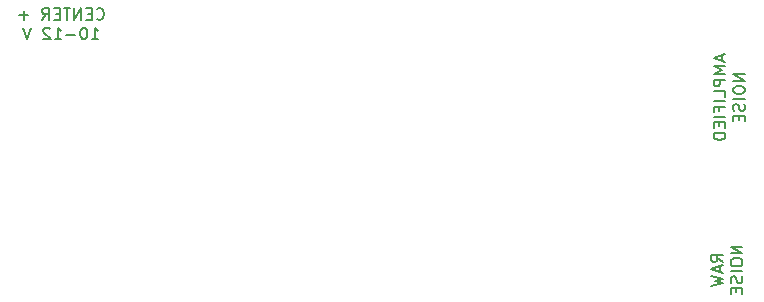
<source format=gbr>
G04 #@! TF.FileFunction,Legend,Bot*
%FSLAX46Y46*%
G04 Gerber Fmt 4.6, Leading zero omitted, Abs format (unit mm)*
G04 Created by KiCad (PCBNEW 4.0.7) date 05/06/20 17:17:56*
%MOMM*%
%LPD*%
G01*
G04 APERTURE LIST*
%ADD10C,0.100000*%
%ADD11C,0.150000*%
G04 APERTURE END LIST*
D10*
D11*
X176627381Y-101109524D02*
X176151190Y-100776190D01*
X176627381Y-100538095D02*
X175627381Y-100538095D01*
X175627381Y-100919048D01*
X175675000Y-101014286D01*
X175722619Y-101061905D01*
X175817857Y-101109524D01*
X175960714Y-101109524D01*
X176055952Y-101061905D01*
X176103571Y-101014286D01*
X176151190Y-100919048D01*
X176151190Y-100538095D01*
X176341667Y-101490476D02*
X176341667Y-101966667D01*
X176627381Y-101395238D02*
X175627381Y-101728571D01*
X176627381Y-102061905D01*
X175627381Y-102300000D02*
X176627381Y-102538095D01*
X175913095Y-102728572D01*
X176627381Y-102919048D01*
X175627381Y-103157143D01*
X178277381Y-99823810D02*
X177277381Y-99823810D01*
X178277381Y-100395239D01*
X177277381Y-100395239D01*
X177277381Y-101061905D02*
X177277381Y-101252382D01*
X177325000Y-101347620D01*
X177420238Y-101442858D01*
X177610714Y-101490477D01*
X177944048Y-101490477D01*
X178134524Y-101442858D01*
X178229762Y-101347620D01*
X178277381Y-101252382D01*
X178277381Y-101061905D01*
X178229762Y-100966667D01*
X178134524Y-100871429D01*
X177944048Y-100823810D01*
X177610714Y-100823810D01*
X177420238Y-100871429D01*
X177325000Y-100966667D01*
X177277381Y-101061905D01*
X178277381Y-101919048D02*
X177277381Y-101919048D01*
X178229762Y-102347619D02*
X178277381Y-102490476D01*
X178277381Y-102728572D01*
X178229762Y-102823810D01*
X178182143Y-102871429D01*
X178086905Y-102919048D01*
X177991667Y-102919048D01*
X177896429Y-102871429D01*
X177848810Y-102823810D01*
X177801190Y-102728572D01*
X177753571Y-102538095D01*
X177705952Y-102442857D01*
X177658333Y-102395238D01*
X177563095Y-102347619D01*
X177467857Y-102347619D01*
X177372619Y-102395238D01*
X177325000Y-102442857D01*
X177277381Y-102538095D01*
X177277381Y-102776191D01*
X177325000Y-102919048D01*
X177753571Y-103347619D02*
X177753571Y-103680953D01*
X178277381Y-103823810D02*
X178277381Y-103347619D01*
X177277381Y-103347619D01*
X177277381Y-103823810D01*
X176541667Y-83628572D02*
X176541667Y-84104763D01*
X176827381Y-83533334D02*
X175827381Y-83866667D01*
X176827381Y-84200001D01*
X176827381Y-84533334D02*
X175827381Y-84533334D01*
X176541667Y-84866668D01*
X175827381Y-85200001D01*
X176827381Y-85200001D01*
X176827381Y-85676191D02*
X175827381Y-85676191D01*
X175827381Y-86057144D01*
X175875000Y-86152382D01*
X175922619Y-86200001D01*
X176017857Y-86247620D01*
X176160714Y-86247620D01*
X176255952Y-86200001D01*
X176303571Y-86152382D01*
X176351190Y-86057144D01*
X176351190Y-85676191D01*
X176827381Y-87152382D02*
X176827381Y-86676191D01*
X175827381Y-86676191D01*
X176827381Y-87485715D02*
X175827381Y-87485715D01*
X176303571Y-88295239D02*
X176303571Y-87961905D01*
X176827381Y-87961905D02*
X175827381Y-87961905D01*
X175827381Y-88438096D01*
X176827381Y-88819048D02*
X175827381Y-88819048D01*
X176303571Y-89295238D02*
X176303571Y-89628572D01*
X176827381Y-89771429D02*
X176827381Y-89295238D01*
X175827381Y-89295238D01*
X175827381Y-89771429D01*
X176827381Y-90200000D02*
X175827381Y-90200000D01*
X175827381Y-90438095D01*
X175875000Y-90580953D01*
X175970238Y-90676191D01*
X176065476Y-90723810D01*
X176255952Y-90771429D01*
X176398810Y-90771429D01*
X176589286Y-90723810D01*
X176684524Y-90676191D01*
X176779762Y-90580953D01*
X176827381Y-90438095D01*
X176827381Y-90200000D01*
X178477381Y-85223810D02*
X177477381Y-85223810D01*
X178477381Y-85795239D01*
X177477381Y-85795239D01*
X177477381Y-86461905D02*
X177477381Y-86652382D01*
X177525000Y-86747620D01*
X177620238Y-86842858D01*
X177810714Y-86890477D01*
X178144048Y-86890477D01*
X178334524Y-86842858D01*
X178429762Y-86747620D01*
X178477381Y-86652382D01*
X178477381Y-86461905D01*
X178429762Y-86366667D01*
X178334524Y-86271429D01*
X178144048Y-86223810D01*
X177810714Y-86223810D01*
X177620238Y-86271429D01*
X177525000Y-86366667D01*
X177477381Y-86461905D01*
X178477381Y-87319048D02*
X177477381Y-87319048D01*
X178429762Y-87747619D02*
X178477381Y-87890476D01*
X178477381Y-88128572D01*
X178429762Y-88223810D01*
X178382143Y-88271429D01*
X178286905Y-88319048D01*
X178191667Y-88319048D01*
X178096429Y-88271429D01*
X178048810Y-88223810D01*
X178001190Y-88128572D01*
X177953571Y-87938095D01*
X177905952Y-87842857D01*
X177858333Y-87795238D01*
X177763095Y-87747619D01*
X177667857Y-87747619D01*
X177572619Y-87795238D01*
X177525000Y-87842857D01*
X177477381Y-87938095D01*
X177477381Y-88176191D01*
X177525000Y-88319048D01*
X177953571Y-88747619D02*
X177953571Y-89080953D01*
X178477381Y-89223810D02*
X178477381Y-88747619D01*
X177477381Y-88747619D01*
X177477381Y-89223810D01*
X123600000Y-80532143D02*
X123647619Y-80579762D01*
X123790476Y-80627381D01*
X123885714Y-80627381D01*
X124028572Y-80579762D01*
X124123810Y-80484524D01*
X124171429Y-80389286D01*
X124219048Y-80198810D01*
X124219048Y-80055952D01*
X124171429Y-79865476D01*
X124123810Y-79770238D01*
X124028572Y-79675000D01*
X123885714Y-79627381D01*
X123790476Y-79627381D01*
X123647619Y-79675000D01*
X123600000Y-79722619D01*
X123171429Y-80103571D02*
X122838095Y-80103571D01*
X122695238Y-80627381D02*
X123171429Y-80627381D01*
X123171429Y-79627381D01*
X122695238Y-79627381D01*
X122266667Y-80627381D02*
X122266667Y-79627381D01*
X121695238Y-80627381D01*
X121695238Y-79627381D01*
X121361905Y-79627381D02*
X120790476Y-79627381D01*
X121076191Y-80627381D02*
X121076191Y-79627381D01*
X120457143Y-80103571D02*
X120123809Y-80103571D01*
X119980952Y-80627381D02*
X120457143Y-80627381D01*
X120457143Y-79627381D01*
X119980952Y-79627381D01*
X118980952Y-80627381D02*
X119314286Y-80151190D01*
X119552381Y-80627381D02*
X119552381Y-79627381D01*
X119171428Y-79627381D01*
X119076190Y-79675000D01*
X119028571Y-79722619D01*
X118980952Y-79817857D01*
X118980952Y-79960714D01*
X119028571Y-80055952D01*
X119076190Y-80103571D01*
X119171428Y-80151190D01*
X119552381Y-80151190D01*
X117790476Y-80246429D02*
X117028571Y-80246429D01*
X117409523Y-80627381D02*
X117409523Y-79865476D01*
X123171428Y-82277381D02*
X123742857Y-82277381D01*
X123457143Y-82277381D02*
X123457143Y-81277381D01*
X123552381Y-81420238D01*
X123647619Y-81515476D01*
X123742857Y-81563095D01*
X122552381Y-81277381D02*
X122457142Y-81277381D01*
X122361904Y-81325000D01*
X122314285Y-81372619D01*
X122266666Y-81467857D01*
X122219047Y-81658333D01*
X122219047Y-81896429D01*
X122266666Y-82086905D01*
X122314285Y-82182143D01*
X122361904Y-82229762D01*
X122457142Y-82277381D01*
X122552381Y-82277381D01*
X122647619Y-82229762D01*
X122695238Y-82182143D01*
X122742857Y-82086905D01*
X122790476Y-81896429D01*
X122790476Y-81658333D01*
X122742857Y-81467857D01*
X122695238Y-81372619D01*
X122647619Y-81325000D01*
X122552381Y-81277381D01*
X121790476Y-81896429D02*
X121028571Y-81896429D01*
X120028571Y-82277381D02*
X120600000Y-82277381D01*
X120314286Y-82277381D02*
X120314286Y-81277381D01*
X120409524Y-81420238D01*
X120504762Y-81515476D01*
X120600000Y-81563095D01*
X119647619Y-81372619D02*
X119600000Y-81325000D01*
X119504762Y-81277381D01*
X119266666Y-81277381D01*
X119171428Y-81325000D01*
X119123809Y-81372619D01*
X119076190Y-81467857D01*
X119076190Y-81563095D01*
X119123809Y-81705952D01*
X119695238Y-82277381D01*
X119076190Y-82277381D01*
X118028571Y-81277381D02*
X117695238Y-82277381D01*
X117361904Y-81277381D01*
M02*

</source>
